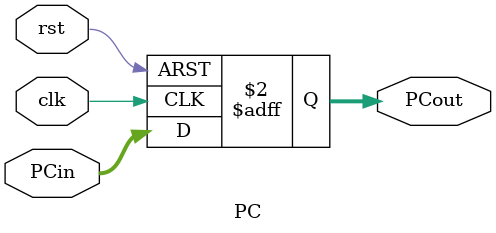
<source format=v>

module PC ( clk,
			rst,
			PCin,
			PCout);
	
	parameter bit_size = 18;

	input  clk, rst;
	input  [bit_size-1:0] PCin;
	output reg [bit_size-1:0] PCout;

	// write your code in here

	always @(posedge clk or posedge rst) begin
		if (rst) begin
			// reset
			PCout <= 0;
		end
		else begin
			PCout <= PCin;
		end
	end

endmodule

</source>
